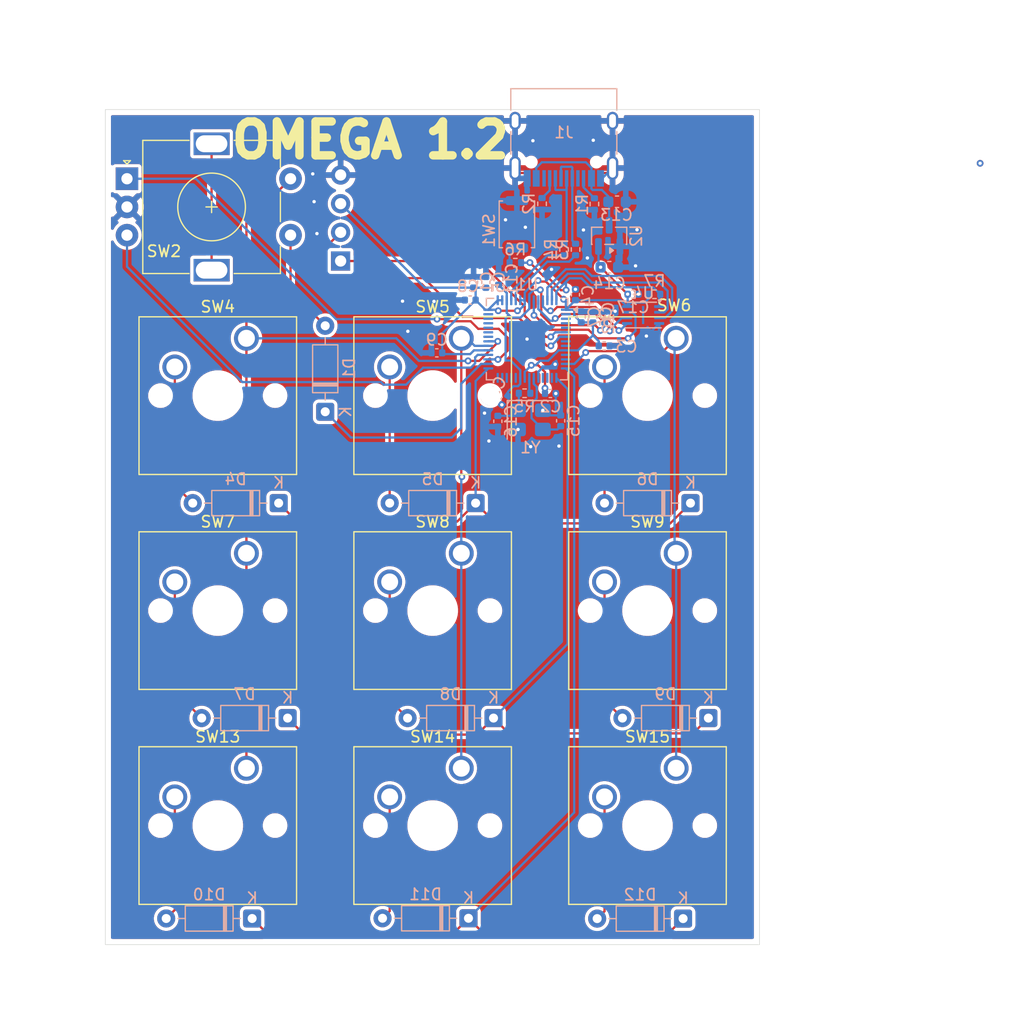
<source format=kicad_pcb>
(kicad_pcb (version 20241229) (generator "pcbnew") (generator_version "9.0")
  (layers (0 "F.Cu" signal) (2 "B.Cu" signal) (13 "F.Paste" user) (15 "B.Paste" user) (5 "F.SilkS" user "F.Silkscreen") (7 "B.SilkS" user "B.Silkscreen") (1 "F.Mask" user) (3 "B.Mask" user) (25 "Edge.Cuts" user))
  (net 0 "")
  (net 1 "GND")
  (net 2 "+1V1")
  (net 3 "VBUS")
  (net 4 "XIN")
  (net 5 "Net-(C16-Pad2)")
  (net 6 "Net-(D1-A)")
  (net 7 "R1")
  (net 8 "R2")
  (net 9 "Net-(D4-A)")
  (net 10 "Net-(D5-A)")
  (net 11 "Net-(D6-A)")
  (net 12 "R3")
  (net 13 "Net-(D7-A)")
  (net 14 "Net-(D8-A)")
  (net 15 "Net-(D9-A)")
  (net 16 "R4")
  (net 17 "Net-(D10-A)")
  (net 18 "Net-(D11-A)")
  (net 19 "Net-(D12-A)")
  (net 20 "USB_D-")
  (net 21 "Net-(J1-CC2)")
  (net 22 "USB_D+")
  (net 23 "Net-(J1-CC1)")
  (net 24 "SCl")
  (net 25 "SDA")
  (net 28 "Net-(U1-USB_DP)")
  (net 29 "Net-(U1-USB_DM)")
  (net 30 "XOUT")
  (net 31 "Net-(R6-Pad2)")
  (net 32 "QSPI_SS")
  (net 33 "B1")
  (net 34 "A1")
  (net 35 "C1")
  (net 36 "unconnected-(SW2-PadMP)")
  (net 37 "C2")
  (net 38 "C3")
  (net 53 "QSPI_SD1")
  (net 57 "QSPI_SD0")
  (net 59 "QSPI_SD3")
  (net 61 "+3V3")
  (net 63 "QSPI_SCLK")
  (net 64 "QSPI_SD2")
  (footprint "Button_Switch_Keyboard:SW_Cherry_MX_1.00u_PCB" (layer "F.Cu") (at 82.54 65.87)
    (property "Reference" "SW5")
    (property "Value" "SW_Push")
  )
  (footprint "Button_Switch_Keyboard:SW_Cherry_MX_1.00u_PCB" (layer "F.Cu") (at 82.54 84.92)
    (property "Reference" "SW8")
    (property "Value" "SW_Push")
  )
  (footprint "Button_Switch_Keyboard:SW_Cherry_MX_1.00u_PCB" (layer "F.Cu") (at 82.54 103.97)
    (property "Reference" "SW14")
    (property "Value" "SW_Push")
  )
  (footprint "Button_Switch_Keyboard:SW_Cherry_MX_1.00u_PCB" (layer "F.Cu") (at 63.49 84.92)
    (property "Reference" "SW7")
    (property "Value" "SW_Push")
  )
  (footprint "Rotary_Encoder:RotaryEncoder_Alps_EC11E-Switch_Vertical_H20mm" (layer "F.Cu") (at 52.9 51.73)
    (property "Reference" "SW2")
    (property "Value" "RotaryEncoder_Switch_MP" (hide yes))
  )
  (footprint "Button_Switch_Keyboard:SW_Cherry_MX_1.00u_PCB" (layer "F.Cu") (at 101.59 103.97)
    (property "Reference" "SW15")
    (property "Value" "SW_Push")
  )
  (footprint "Button_Switch_Keyboard:SW_Cherry_MX_1.00u_PCB" (layer "F.Cu") (at 63.49 65.87)
    (property "Reference" "SW4")
    (property "Value" "SW_Push")
  )
  (footprint "Button_Switch_Keyboard:SW_Cherry_MX_1.00u_PCB" (layer "F.Cu") (at 101.59 65.87)
    (property "Reference" "SW6")
    (property "Value" "SW_Push")
  )
  (footprint "Button_Switch_Keyboard:SW_Cherry_MX_1.00u_PCB" (layer "F.Cu") (at 63.49 103.97)
    (property "Reference" "SW13")
    (property "Value" "SW_Push")
  )
  (footprint "KING:OLED_128x32" (layer "F.Cu") (at 70.24 49.22)
    (property "Reference" "J2" (hide yes))
    (property "Value" "Conn_01x04_Pin" (hide yes))
  )
  (footprint "Button_Switch_Keyboard:SW_Cherry_MX_1.00u_PCB" (layer "F.Cu") (at 101.59 84.92)
    (property "Reference" "SW9")
    (property "Value" "SW_Push")
  )
  (footprint "Capacitor_SMD:C_0402_1005Metric" (layer "B.Cu") (at 83.33 62.48 180)
    (property "Reference" "C8")
    (property "Value" "0.1uF")
  )
  (footprint "Connector_USB:USB_C_Receptacle_HRO_TYPE-C-31-M-12" (layer "B.Cu") (at 91.63 47.65)
    (property "Reference" "J1")
    (property "Value" "USB_C_Receptacle_USB2.0_14P" (hide yes))
  )
  (footprint "Capacitor_SMD:C_0402_1005Metric" (layer "B.Cu") (at 85.85 60.65 90)
    (property "Reference" "C11")
    (property "Value" "0.1uF")
  )
  (footprint "Diode_THT:D_DO-35_SOD27_P7.62mm_Horizontal" (layer "B.Cu") (at 63.99625 117.285 180)
    (property "Reference" "D10")
    (property "Value" "1N4148")
  )
  (footprint "Package_SON:Winbond_USON-8-1EP_3x2mm_P0.5mm_EP0.2x1.6mm" (layer "B.Cu") (at 98.66 63.8075 180)
    (property "Reference" "U4")
    (property "Value" "W25Q16JVUXIQ TR")
  )
  (footprint "Capacitor_SMD:C_0603_1608Metric" (layer "B.Cu") (at 96.35 53.77)
    (property "Reference" "C13")
    (property "Value" "10uF")
  )
  (footprint "Crystal:Crystal_SMD_3225-4Pin_3.2x2.5mm" (layer "B.Cu") (at 88.67 73.1)
    (property "Reference" "Y1")
    (property "Value" "12 MHz")
  )
  (footprint "Resistor_SMD:R_0402_1005Metric" (layer "B.Cu") (at 92.67 58 -90)
    (property "Reference" "R3")
    (property "Value" "27")
  )
  (footprint "Diode_THT:D_DO-35_SOD27_P7.62mm_Horizontal" (layer "B.Cu") (at 85.3975 99.525 180)
    (property "Reference" "D8")
    (property "Value" "1N4148")
  )
  (footprint "Resistor_SMD:R_0402_1005Metric" (layer "B.Cu") (at 89.7 53.95 -90)
    (property "Reference" "R2")
    (property "Value" "5.1K")
  )
  (footprint "Package_DFN_QFN:QFN-56-1EP_7x7mm_P0.4mm_EP3.2x3.2mm" (layer "B.Cu") (at 88.37 65.9375 180)
    (property "Reference" "U1")
    (property "Value" "RP2040")
  )
  (footprint "Diode_THT:D_DO-35_SOD27_P7.62mm_Horizontal" (layer "B.Cu") (at 70.475 72.37875 90)
    (property "Reference" "D1")
    (property "Value" "1N4148")
  )
  (footprint "Resistor_SMD:R_0402_1005Metric" (layer "B.Cu") (at 94.34 53.97 -90)
    (property "Reference" "R1")
    (property "Value" "5.1K")
  )
  (footprint "Capacitor_SMD:C_0402_1005Metric" (layer "B.Cu") (at 95.21 66.54)
    (property "Reference" "C3")
    (property "Value" "0.1uF")
  )
  (footprint "Capacitor_SMD:C_0402_1005Metric" (layer "B.Cu") (at 84.72 60.91 90)
    (property "Reference" "C5")
    (property "Value" "0.1uF")
  )
  (footprint "Capacitor_SMD:C_0402_1005Metric" (layer "B.Cu") (at 92.66 62.01 90)
    (property "Reference" "C4")
    (property "Value" "0.1uF")
  )
  (footprint "Resistor_SMD:R_0402_1005Metric" (layer "B.Cu") (at 88.15 70.74)
    (property "Reference" "R5")
    (property "Value" "1K")
  )
  (footprint "Resistor_SMD:R_0402_1005Metric" (layer "B.Cu") (at 91.65 58 -90)
    (property "Reference" "R4")
    (property "Value" "27")
  )
  (footprint "Capacitor_SMD:C_0402_1005Metric" (layer "B.Cu") (at 95.25 63.99 90)
    (property "Reference" "C12")
    (property "Value" "0.1uF")
  )
  (footprint "Diode_THT:D_DO-35_SOD27_P7.62mm_Horizontal" (layer "B.Cu") (at 104.4475 99.525 180)
    (property "Reference" "D9")
    (property "Value" "1N4148")
  )
  (footprint "Capacitor_SMD:C_0402_1005Metric" (layer "B.Cu") (at 83.63 60.9 90)
    (property "Reference" "C1")
    (property "Value" "1uF")
  )
  (footprint "Diode_THT:D_DO-35_SOD27_P7.62mm_Horizontal" (layer "B.Cu") (at 83.81 80.475 180)
    (property "Reference" "D5")
    (property "Value" "1N4148")
  )
  (footprint "Resistor_SMD:R_0402_1005Metric" (layer "B.Cu") (at 99.67 61.9675 180)
    (property "Reference" "R7")
    (property "Value" "10K")
  )
  (footprint "Capacitor_SMD:C_0402_1005Metric" (layer "B.Cu") (at 91.35 73.18 -90)
    (property "Reference" "C15")
    (property "Value" "33pF")
  )
  (footprint "Package_TO_SOT_SMD:SOT-23" (layer "B.Cu") (at 95.65 56.7875 90)
    (property "Reference" "U2")
    (property "Value" "MCP1700x-330xxTT" (hide yes))
  )
  (footprint "Diode_THT:D_DO-35_SOD27_P7.62mm_Horizontal" (layer "B.Cu") (at 102.86 80.475 180)
    (property "Reference" "D6")
    (property "Value" "1N4148")
  )
  (footprint "Resistor_SMD:R_0402_1005Metric" (layer "B.Cu") (at 87.33 59.17 180)
    (property "Reference" "R6")
    (property "Value" "1K")
  )
  (footprint "Diode_THT:D_DO-35_SOD27_P7.62mm_Horizontal" (layer "B.Cu") (at 67.14125 99.525 180)
    (property "Reference" "D7")
    (property "Value" "1N4148")
  )
  (footprint "Capacitor_SMD:C_0402_1005Metric" (layer "B.Cu") (at 80.37 67.16 180)
    (property "Reference" "C9")
    (property "Value" "0.1uF")
  )
  (footprint "Button_Switch_SMD:SW_Push_SPST_NO_Alps_SKRK" (layer "B.Cu") (at 87.47 55.77 -90)
    (property "Reference" "SW1")
    (property "Value" "SW_Push")
  )
  (footprint "Capacitor_SMD:C_0402_1005Metric" (layer "B.Cu") (at 85.78 73.22 90)
    (property "Reference" "C16")
    (property "Value" "33pF")
  )
  (footprint "Capacitor_SMD:C_0402_1005Metric" (layer "B.Cu") (at 93.17 63.98 90)
    (property "Reference" "C7")
    (property "Value" "0.1uF")
  )
  (footprint "Diode_THT:D_DO-35_SOD27_P7.62mm_Horizontal" (layer "B.Cu") (at 102.20625 117.295 180)
    (property "Reference" "D12")
    (property "Value" "1N4148")
  )
  (footprint "Capacitor_SMD:C_0402_1005Metric" (layer "B.Cu") (at 90.44 70.76)
    (property "Reference" "C2")
    (property "Value" "0.1uF")
  )
  (footprint "Capacitor_SMD:C_0402_1005Metric" (layer "B.Cu") (at 86.41 71.37 -125)
    (property "Reference" "C10")
    (property "Value" "1uF")
  )
  (footprint "Capacitor_SMD:C_0402_1005Metric" (layer "B.Cu") (at 97.77 61.9575)
    (property "Reference" "C17")
    (property "Value" "0.1uF")
  )
  (footprint "Diode_THT:D_DO-35_SOD27_P7.62mm_Horizontal" (layer "B.Cu") (at 66.3475 80.475 180)
    (property "Reference" "D4")
    (property "Value" "1N4148")
  )
  (footprint "Capacitor_SMD:C_0402_1005Metric" (layer "B.Cu") (at 94.21 63.99 90)
    (property "Reference" "C6")
    (property "Value" "0.1uF")
  )
  (footprint "Diode_THT:D_DO-35_SOD27_P7.62mm_Horizontal" (layer "B.Cu") (at 83.17625 117.265 180)
    (property "Reference" "D11")
    (property "Value" "1N4148")
  )
  (footprint "Capacitor_SMD:C_0603_1608Metric" (layer "B.Cu") (at 95.665 59.57)
    (property "Reference" "C14")
    (property "Value" "10uF")
  )
  (gr_rect (start 50.98 45.6) (end 108.98 119.6) (stroke (width 0.05)) (fill no) (layer "Edge.Cuts"))
  (gr_text "OMEGA 1.2\n" (at 61.84 50.06 0) (layer "F.SilkS") (effects (font (size 3 3) (thickness 0.75) (bold yes)) (justify left bottom)))
  (via (at 128.54 50.36) (size 0.6) (drill 0.3) (layers "F.Cu" "B.Cu") (net 0))
  (segment (start 98.95 65.67) (end 98.38 65.67) (width 0.2) (layer "F.Cu") (net 1))
  (segment (start 98.25 61.9575) (end 98.25 59.71) (width 0.2) (layer "F.Cu") (net 1))
  (segment (start 89.27 72.25) (end 89.77 72.25) (width 0.2) (layer "F.Cu") (net 1))
  (segment (start 89.77 72.25) (end 89.77 71.91) (width 0.2) (layer "F.Cu") (net 1))
  (segment (start 87.75 51.22) (end 95.51 51.22) (width 0.2) (layer "F.Cu") (net 1))
  (segment (start 87.31 46.6) (end 95.95 46.6) (width 0.2) (layer "F.Cu") (net 1))
  (segment (start 95.51 51.22) (end 95.95 50.78) (width 0.2) (layer "F.Cu") (net 1))
  (segment (start 95.95 46.6) (end 95.95 50.78) (width 0.2) (layer "F.Cu") (net 1))
  (segment (start 90.92 68.23) (end 90.86 68.17) (width 0.2) (layer "F.Cu") (net 1))
  (segment (start 87.57 73.95) (end 89.27 72.25) (width 0.2) (layer "F.Cu") (net 1))
  (segment (start 77.8 63.05) (end 77.33 62.58) (width 0.2) (layer "F.Cu") (net 1))
  (segment (start 85.397875 72.5) (end 86.134683 71.763192) (width 0.2) (layer "F.Cu") (net 1))
  (segment (start 89.77 71.91) (end 90.92 70.76) (width 0.2) (layer "F.Cu") (net 1))
  (segment (start 87.31 46.6) (end 87.31 50.78) (width 0.2) (layer "F.Cu") (net 1))
  (segment (start 92.66 59.81) (end 93.72 58.75) (width 0.2) (layer "F.Cu") (net 1))
  (segment (start 98.38 65.67) (end 96.18 63.47) (width 0.2) (layer "F.Cu") (net 1))
  (segment (start 92.66 61.53) (end 92.66 59.81) (width 0.2) (layer "F.Cu") (net 1))
  (segment (start 77.8 65.25) (end 77.8 63.05) (width 0.2) (layer "F.Cu") (net 1))
  (segment (start 98.25 59.71) (end 97.99 59.45) (width 0.2) (layer "F.Cu") (net 1))
  (segment (start 87.31 50.78) (end 87.75 51.22) (width 0.2) (layer "F.Cu") (net 1))
  (segment (start 90.92 70.76) (end 90.92 68.23) (width 0.2) (layer "F.Cu") (net 1))
  (segment (start 84.6 72.5) (end 85.397875 72.5) (width 0.2) (layer "F.Cu") (net 1))
  (via (at 92.66 61.53) (size 0.6) (drill 0.3) (layers "F.Cu" "B.Cu") (net 1))
  (via (at 98.12 56.25) (size 0.6) (drill 0.3) (layers "F.Cu" "B.Cu") (net 1))
  (via (at 69.49 53.76) (size 0.6) (drill 0.3) (layers "F.Cu" "B.Cu") (net 1))
  (via (at 90.92 70.76) (size 0.6) (drill 0.3) (layers "F.Cu" "B.Cu") (net 1))
  (via (at 88.89 48.36) (size 0.6) (drill 0.3) (layers "F.Cu" "B.Cu") (net 1))
  (via (at 88.37 65.9375) (size 0.6) (drill 0.3) (layers "F.Cu" "B.Cu") (net 1))
  (via (at 94.24 48.32) (size 0.6) (drill 0.3) (layers "F.Cu" "B.Cu") (net 1))
  (via (at 90.86 68.17) (size 0.6) (drill 0.3) (layers "F.Cu" "B.Cu") (net 1))
  (via (at 96.18 63.47) (size 0.6) (drill 0.3) (layers "F.Cu" "B.Cu") (net 1))
  (via (at 86.46 55.37) (size 0.6) (drill 0.3) (layers "F.Cu" "B.Cu") (net 1))
  (via (at 69.37 51.3) (size 0.6) (drill 0.3) (layers "F.Cu" "B.Cu") (net 1))
  (via (at 91.2 75.42) (size 0.6) (drill 0.3) (layers "F.Cu" "B.Cu") (net 1))
  (via (at 87.57 73.95) (size 0.6) (drill 0.3) (layers "F.Cu" "B.Cu") (net 1))
  (via (at 84.99 74.97) (size 0.6) (drill 0.3) (layers "F.Cu" "B.Cu") (net 1))
  (via (at 86.134683 71.763192) (size 0.6) (drill 0.3) (layers "F.Cu" "B.Cu") (net 1))
  (via (at 69.74 56.59) (size 0.6) (drill 0.3) (layers "F.Cu" "B.Cu") (net 1))
  (via (at 77.33 62.58) (size 0.6) (drill 0.3) (layers "F.Cu" "B.Cu") (net 1))
  (via (at 98.25 61.9575) (size 0.6) (drill 0.3) (layers "F.Cu" "B.Cu") (net 1))
  (via (at 93.37 56.27) (size 0.6) (drill 0.3) (layers "F.Cu" "B.Cu") (net 1))
  (via (at 88.69 75.47) (size 0.6) (drill 0.3) (layers "F.Cu" "B.Cu") (net 1))
  (via (at 90.54 59.76) (size 0.6) (drill 0.3) (layers "F.Cu" "B.Cu") (net 1))
  (via (at 93.72 58.75) (size 0.6) (drill 0.3) (layers "F.Cu" "B.Cu") (net 1))
  (via (at 80.12 62.6) (size 0.6) (drill 0.3) (layers "F.Cu" "B.Cu") (net 1))
  (via (at 89.77 72.25) (size 0.6) (drill 0.3) (layers "F.Cu" "B.Cu") (net 1))
  (via (at 97.99 59.45) (size 0.6) (drill 0.3) (layers "F.Cu" "B.Cu") (net 1))
  (via (at 88.22 56.03) (size 0.6) (drill 0.3) (layers "F.Cu" "B.Cu") (net 1))
  (via (at 77.8 65.25) (size 0.6) (drill 0.3) (layers "F.Cu" "B.Cu") (net 1))
  (via (at 98.95 65.67) (size 0.6) (drill 0.3) (layers "F.Cu" "B.Cu") (net 1))
  (via (at 84.6 72.5) (size 0.6) (drill 0.3) (layers "F.Cu" "B.Cu") (net 1))
  (segment (start 91.35 72.7) (end 91.35 72.65) (width 0.2) (layer "B.Cu") (net 1))
  (segment (start 98.08 66.54) (end 98.95 65.67) (width 0.2) (layer "B.Cu") (net 1))
  (segment (start 94.21 63.51) (end 95.25 63.51) (width 0.2) (layer "B.Cu") (net 1))
  (segment (start 90.92 72.22) (end 90.92 70.76) (width 0.2) (layer "B.Cu") (net 1))
  (segment (start 80.24 62.48) (end 82.85 62.48) (width 0.2) (layer "B.Cu") (net 1))
  (segment (start 91.35 72.65) (end 90.92 72.22) (width 0.2) (layer "B.Cu") (net 1))
  (segment (start 98.9725 65.67) (end 100.085 64.5575) (width 0.2) (layer "B.Cu") (net 1))
  (segment (start 95.25 63.51) (end 96.14 63.51) (width 0.2) (layer "B.Cu") (net 1))
  (segment (start 93.17 63.5) (end 94.2 63.5) (width 0.2) (layer "B.Cu") (net 1))
  (segment (start 90.22 72.7) (end 89.77 72.25) (width 0.2) (layer "B.Cu") (net 1))
  (segment (start 95.69 66.54) (end 98.08 66.54) (width 0.2) (layer "B.Cu") (net 1))
  (segment (start 95.035 51.695) (end 95.95 50.78) (width 0.2) (layer "B.Cu") (net 1))
  (segment (start 94.88 51.695) (end 95.035 51.695) (width 0.2) (layer "B.Cu") (net 1))
  (segment (start 94.2 63.5) (end 94.21 63.51) (width 0.2) (layer "B.Cu") (net 1))
  (segment (start 98.95 65.67) (end 98.9725 65.67) (width 0.2) (layer "B.Cu") (net 1))
  (segment (start 96.14 63.51) (end 96.18 63.47) (width 0.2) (layer "B.Cu") (net 1))
  (segment (start 90.56 68.47) (end 89.739726 68.47) (width 0.2) (layer "B.Cu") (net 1))
  (segment (start 80.12 62.6) (end 80.24 62.48) (width 0.2) (layer "B.Cu") (net 1))
  (segment (start 89.739726 68.47) (end 89.37 68.839726) (width 0.2) (layer "B.Cu") (net 1))
  (segment (start 89.37 68.839726) (end 89.37 69.375) (width 0.2) (layer "B.Cu") (net 1))
  (segment (start 90.86 68.17) (end 90.56 68.47) (width 0.2) (layer "B.Cu") (net 1))
  (segment (start 91.35 72.7) (end 90.22 72.7) (width 0.2) (layer "B.Cu") (net 1))
  (segment (start 94.41 64.71) (end 90.559128 64.71) (width 0.2) (layer "F.Cu") (net 2))
  (segment (start 89.63 63.780872) (end 89.63 61.661499) (width 0.2) (layer "F.Cu") (net 2))
  (segment (start 94.87 65.17) (end 94.41 64.71) (width 0.2) (layer "F.Cu") (net 2))
  (segment (start 89.63 61.661499) (end 89.5452 61.576699) (width 0.2) (layer "F.Cu") (net 2))
  (segment (start 90.559128 64.71) (end 89.63 63.780872) (width 0.2) (layer "F.Cu") (net 2))
  (via (at 89.5452 61.576699) (size 0.6) (drill 0.3) (layers "F.Cu" "B.Cu") (net 2))
  (via (at 94.87 65.17) (size 0.6) (drill 0.3) (layers "F.Cu" "B.Cu") (net 2))
  (segment (start 87.77 68.69) (end 86.9185 67.8385) (width 0.2) (layer "B.Cu") (net 2))
  (segment (start 86.57 63.62) (end 86.755 63.805) (width 0.2) (layer "B.Cu") (net 2))
  (segment (start 86.9185 67.8385) (end 86.469 67.8385) (width 0.2) (layer "B.Cu") (net 2))
  (segment (start 86.685317 70.976808) (end 86.685317 70.601409) (width 0.2) (layer "B.Cu") (net 2))
  (segment (start 88.94 61.59) (end 89.531899 61.59) (width 0.2) (layer "B.Cu") (net 2))
  (segment (start 86.755 63.805) (end 86.9865 64.0365) (width 0.2) (layer "B.Cu") (net 2))
  (segment (start 86.9865 64.0365) (end 87.7935 64.0365) (width 0.2) (layer "B.Cu") (net 2))
  (segment (start 86.469 67.8385) (end 86.469 64.091) (width 0.2) (layer "B.Cu") (net 2))
  (segment (start 87.77 69.910274) (end 87.77 69.375) (width 0.2) (layer "B.Cu") (net 2))
  (segment (start 86.685317 70.601409) (end 87.173226 70.1135) (width 0.2) (layer "B.Cu") (net 2))
  (segment (start 86.57 61.85) (end 85.85 61.13) (width 0.2) (layer "B.Cu") (net 2))
  (segment (start 95.25 64.79) (end 94.87 65.17) (width 0.2) (layer "B.Cu") (net 2))
  (segment (start 86.469 64.091) (end 86.755 63.805) (width 0.2) (layer "B.Cu") (net 2))
  (segment (start 87.566774 70.1135) (end 87.77 69.910274) (width 0.2) (layer "B.Cu") (net 2))
  (segment (start 88.57 61.96) (end 88.94 61.59) (width 0.2) (layer "B.Cu") (net 2))
  (segment (start 88.57 62.5) (end 88.57 61.96) (width 0.2) (layer "B.Cu") (net 2))
  (segment (start 87.77 69.375) (end 87.77 68.69) (width 0.2) (layer "B.Cu") (net 2))
  (segment (start 89.531899 61.59) (end 89.5452 61.576699) (width 0.2) (layer "B.Cu") (net 2))
  (segment (start 95.25 64.47) (end 95.25 64.79) (width 0.2) (layer "B.Cu") (net 2))
  (segment (start 88.57 63.26) (end 88.57 62.5) (width 0.2) (layer "B.Cu") (net 2))
  (segment (start 87.173226 70.1135) (end 87.566774 70.1135) (width 0.2) (layer "B.Cu") (net 2))
  (segment (start 86.57 62.5) (end 86.57 61.85) (width 0.2) (layer "B.Cu") (net 2))
  (segment (start 87.7935 64.0365) (end 88.57 63.26) (width 0.2) (layer "B.Cu") (net 2))
  (segment (start 86.57 62.5) (end 86.57 63.62) (width 0.2) (layer "B.Cu") (net 2))
  (segment (start 93.579 50.269) (end 94.08 50.77) (width 0.2) (layer "B.Cu") (net 3))
  (segment (start 95.575 53.295) (end 95.001 52.721) (width 0.2) (layer "B.Cu") (net 3))
  (segment (start 89.18 50.77) (end 89.681 50.269) (width 0.2) (layer "B.Cu") (net 3))
  (segment (start 94.181 52.721) (end 94.08 52.62) (width 0.2) (layer "B.Cu") (net 3))
  (segment (start 94.08 52.62) (end 94.08 51.695) (width 0.2) (layer "B.Cu") (net 3))
  (segment (start 95.575 53.77) (end 95.575 53.295) (width 0.2) (layer "B.Cu") (net 3))
  (segment (start 89.681 50.269) (end 93.579 50.269) (width 0.2) (layer "B.Cu") (net 3))
  (segment (start 95.001 52.721) (end 94.181 52.721) (width 0.2) (layer "B.Cu") (net 3))
  (segment (start 94.08 50.77) (end 94.08 51.695) (width 0.2) (layer "B.Cu") (net 3))
  (segment (start 95.65 53.845) (end 95.575 53.77) (width 0.2) (layer "B.Cu") (net 3))
  (segment (start 95.65 55.85) (end 95.65 53.845) (width 0.2) (layer "B.Cu") (net 3))
  (segment (start 89.18 51.695) (end 89.18 50.77) (width 0.2) (layer "B.Cu") (net 3))
  (segment (start 91.06 73.95) (end 91.35 73.66) (width 0.2) (layer "B.Cu") (net 4))
  (segment (start 89.231 71.176943) (end 89.231 70.171274) (width 0.2) (layer "B.Cu") (net 4))
  (segment (start 89.77 73.95) (end 91.06 73.95) (width 0.2) (layer "B.Cu") (net 4))
  (segment (start 88.97 69.910274) (end 88.97 69.375) (width 0.2) (layer "B.Cu") (net 4))
  (segment (start 88.769 71.638943) (end 89.231 71.176943) (width 0.2) (layer "B.Cu") (net 4))
  (segment (start 89.77 73.95) (end 88.769 72.949) (width 0.2) (layer "B.Cu") (net 4))
  (segment (start 88.769 72.949) (end 88.769 71.638943) (width 0.2) (layer "B.Cu") (net 4))
  (segment (start 89.231 70.171274) (end 88.97 69.910274) (width 0.2) (layer "B.Cu") (net 4))
  (segment (start 87.64 72.18) (end 87.57 72.25) (width 0.2) (layer "B.Cu") (net 5))
  (segment (start 87.64 70.74) (end 87.64 72.18) (width 0.2) (layer "B.Cu") (net 5))
  (segment (start 87.08 72.74) (end 87.57 72.25) (width 0.2) (layer "B.Cu") (net 5))
  (segment (start 85.78 72.74) (end 87.08 72.74) (width 0.2) (layer "B.Cu") (net 5))
  (segment (start 67.4 56.73) (end 67.4 61.68375) (width 0.2) (layer "F.Cu") (net 6))
  (segment (start 67.4 61.68375) (end 70.475 64.75875) (width 0.2) (layer "F.Cu") (net 6))
  (segment (start 84.9325 68.1375) (end 84.290544 68.1375) (width 0.2) (layer "B.Cu") (net 7))
  (segment (start 81.7 74.66) (end 72.75625 74.66) (width 0.2) (layer "B.Cu") (net 7))
  (segment (start 82.53 73.83) (end 81.7 74.66) (width 0.2) (layer "B.Cu") (net 7))
  (segment (start 72.75625 74.66) (end 70.475 72.37875) (width 0.2) (layer "B.Cu") (net 7))
  (segment (start 84.290544 68.1375) (end 82.53 69.898044) (width 0.2) (layer "B.Cu") (net 7))
  (segment (start 82.53 69.898044) (end 82.53 73.83) (width 0.2) (layer "B.Cu") (net 7))
  (segment (start 67.9725 82.1) (end 82.185 82.1) (width 0.2) (layer "F.Cu") (net 8))
  (segment (start 101.065 82.27) (end 102.86 80.475) (width 0.2) (layer "F.Cu") (net 8))
  (segment (start 82.185 82.1) (end 83.81 80.475) (width 0.2) (layer "F.Cu") (net 8))
  (segment (start 85.605 82.27) (end 101.065 82.27) (width 0.2) (layer "F.Cu") (net 8))
  (segment (start 83.81 80.475) (end 85.605 82.27) (width 0.2) (layer "F.Cu") (net 8))
  (segment (start 66.3475 80.475) (end 67.9725 82.1) (width 0.2) (layer "F.Cu") (net 8))
  (segment (start 83.81 69.66) (end 84.9325 68.5375) (width 0.2) (layer "B.Cu") (net 8))
  (segment (start 83.81 80.475) (end 83.81 69.66) (width 0.2) (layer "B.Cu") (net 8))
  (segment (start 57.14 78.8875) (end 57.14 68.41) (width 0.2) (layer "F.Cu") (net 9))
  (segment (start 58.7275 80.475) (end 57.14 78.8875) (width 0.2) (layer "F.Cu") (net 9))
  (segment (start 76.19 80.475) (end 76.19 68.41) (width 0.2) (layer "F.Cu") (net 10))
  (segment (start 95.24 80.475) (end 95.24 68.41) (width 0.2) (layer "F.Cu") (net 11))
  (segment (start 83.94 100.99) (end 83.94 100.9825) (width 0.2) (layer "F.Cu") (net 12))
  (segment (start 83.94 100.9825) (end 85.3975 99.525) (width 0.2) (layer "F.Cu") (net 12))
  (segment (start 68.60625 100.99) (end 83.94 100.99) (width 0.2) (layer "F.Cu") (net 12))
  (segment (start 103.0925 100.88) (end 104.4475 99.525) (width 0.2) (layer "F.Cu") (net 12))
  (segment (start 86.7525 100.88) (end 103.0925 100.88) (width 0.2) (layer "F.Cu") (net 12))
  (segment (start 67.14125 99.525) (end 68.60625 100.99) (width 0.2) (layer "F.Cu") (net 12))
  (segment (start 85.3975 99.525) (end 86.7525 100.88) (width 0.2) (layer "F.Cu") (net 12))
  (segment (start 91.961 70.366) (end 91.961 92.9615) (width 0.2) (layer "B.Cu") (net 12))
  (segment (start 91.961 92.9615) (end 85.3975 99.525) (width 0.2) (layer "B.Cu") (net 12))
  (segment (start 90.97 69.375) (end 91.961 70.366) (width 0.2) (layer "B.Cu") (net 12))
  (segment (start 57.14 97.14375) (end 59.52125 99.525) (width 0.2) (layer "F.Cu") (net 13))
  (segment (start 57.14 87.46) (end 57.14 97.14375) (width 0.2) (layer "F.Cu") (net 13))
  (segment (start 76.19 97.9375) (end 77.7775 99.525) (width 0.2) (layer "F.Cu") (net 14))
  (segment (start 76.19 87.46) (end 76.19 97.9375) (width 0.2) (layer "F.Cu") (net 14))
  (segment (start 95.24 87.46) (end 95.24 97.9375) (width 0.2) (layer "F.Cu") (net 15))
  (segment (start 95.24 97.9375) (end 96.8275 99.525) (width 0.2) (layer "F.Cu") (net 15))
  (segment (start 100.82 118.68125) (end 102.20625 117.295) (width 0.2) (layer "F.Cu") (net 16))
  (segment (start 81.77125 118.67) (end 83.17625 117.265) (width 0.2) (layer "F.Cu") (net 16))
  (segment (start 65.38125 118.67) (end 81.77125 118.67) (width 0.2) (layer "F.Cu") (net 16))
  (segment (start 83.17625 117.265) (end 84.60125 118.69) (width 0.2) (layer "F.Cu") (net 16))
  (segment (start 63.99625 117.285) (end 65.38125 118.67) (width 0.2) (layer "F.Cu") (net 16))
  (segment (start 84.60125 118.69) (end 100.82 118.69) (width 0.2) (layer "F.Cu") (net 16))
  (segment (start 100.82 118.69) (end 100.82 118.68125) (width 0.2) (layer "F.Cu") (net 16))
  (segment (start 83.17625 117.265) (end 92.55 107.89125) (width 0.2) (layer "B.Cu") (net 16))
  (segment (start 92.55 107.89125) (end 92.55 69.28) (width 0.2) (layer "B.Cu") (net 16))
  (segment (start 92.55 69.28) (end 91.8075 68.5375) (width 0.2) (layer "B.Cu") (net 16))
  (segment (start 57.14 116.52125) (end 56.37625 117.285) (width 0.2) (layer "F.Cu") (net 17))
  (segment (start 57.14 106.51) (end 57.14 116.52125) (width 0.2) (layer "F.Cu") (net 17))
  (segment (start 76.19 106.51) (end 76.19 116.63125) (width 0.2) (layer "F.Cu") (net 18))
  (segment (start 76.19 116.63125) (end 75.55625 117.265) (width 0.2) (layer "F.Cu") (net 18))
  (segment (start 95.24 106.51) (end 95.24 116.64125) (width 0.2) (layer "F.Cu") (net 19))
  (segment (start 95.24 116.64125) (end 94.58625 117.295) (width 0.2) (layer "F.Cu") (net 19))
  (segment (start 91.831 52.721) (end 91.88 52.672) (width 0.2) (layer "B.Cu") (net 20))
  (segment (start 91.88 57.26) (end 91.65 57.49) (width 0.2) (layer "B.Cu") (net 20))
  (segment (start 90.929 52.721) (end 91.831 52.721) (width 0.2) (layer "B.Cu") (net 20))
  (segment (start 90.88 52.672) (end 90.929 52.721) (width 0.2) (layer "B.Cu") (net 20))
  (segment (start 90.88 51.695) (end 90.88 52.672) (width 0.2) (layer "B.Cu") (net 20))
  (segment (start 91.88 51.695) (end 91.88 57.26) (width 0.2) (layer "B.Cu") (net 20))
  (segment (start 91.88 52.672) (end 91.88 51.695) (width 0.2) (layer "B.Cu") (net 20))
  (segment (start 93.38 52.5) (end 94.34 53.46) (width 0.2) (layer "B.Cu") (net 21))
  (segment (start 93.38 51.695) (end 93.38 52.5) (width 0.2) (layer "B.Cu") (net 21))
  (segment (start 91.38 51.695) (end 91.38 50.718) (width 0.2) (layer "B.Cu") (net 22))
  (segment (start 92.38 51.695) (end 92.38 57.2) (width 0.2) (layer "B.Cu") (net 22))
  (segment (start 91.38 50.718) (end 91.429 50.669) (width 0.2) (layer "B.Cu") (net 22))
  (segment (start 92.38 57.2) (end 92.67 57.49) (width 0.2) (layer "B.Cu") (net 22))
  (segment (start 92.38 50.738) (end 92.38 51.695) (width 0.2) (layer "B.Cu") (net 22))
  (segment (start 91.429 50.669) (end 92.311 50.669) (width 0.2) (layer "B.Cu") (net 22))
  (segment (start 92.311 50.669) (end 92.38 50.738) (width 0.2) (layer "B.Cu") (net 22))
  (segment (start 90.38 52.76) (end 90.38 51.695) (width 0.2) (layer "B.Cu") (net 23))
  (segment (start 89.7 53.44) (end 90.38 52.76) (width 0.2) (layer "B.Cu") (net 23))
  (segment (start 79.23 60.54) (end 82.65 63.96) (width 0.2) (layer "F.Cu") (net 24))
  (segment (start 70.29 58.03) (end 70.29 59.95) (width 0.2) (layer "F.Cu") (net 24))
  (segment (start 71.84 56.48) (end 70.29 58.03) (width 0.2) (layer "F.Cu") (net 24))
  (segment (start 90.129916 66.539916) (end 90.481763 66.539916) (width 0.2) (layer "F.Cu") (net 24))
  (segment (start 87.67 64.08) (end 90.129916 66.539916) (width 0.2) (layer "F.Cu") (net 24))
  (segment (start 83.535686 63.96) (end 83.655685 64.08) (width 0.2) (layer "F.Cu") (net 24))
  (segment (start 83.655685 64.08) (end 87.67 64.08) (width 0.2) (layer "F.Cu") (net 24))
  (segment (start 70.29 59.95) (end 70.88 60.54) (width 0.2) (layer "F.Cu") (net 24))
  (segment (start 82.65 63.96) (end 83.535686 63.96) (width 0.2) (layer "F.Cu") (net 24))
  (segment (start 70.88 60.54) (end 79.23 60.54) (width 0.2) (layer "F.Cu") (net 24))
  (via (at 90.481763 66.539916) (size 0.6) (drill 0.3) (layers "F.Cu" "B.Cu") (net 24))
  (segment (start 91.071002 65.938998) (end 91.2725 65.7375) (width 0.2) (layer "B.Cu") (net 24))
  (segment (start 91.2725 65.7375) (end 91.8075 65.7375) (width 0.2) (layer "B.Cu") (net 24))
  (segment (start 91.071002 65.988943) (end 90.520029 66.539916) (width 0.2) (layer "B.Cu") (net 24))
  (segment (start 91.071002 65.938998) (end 91.071002 65.988943) (width 0.2) (layer "B.Cu") (net 24))
  (segment (start 90.520029 66.539916) (end 90.481763 66.539916) (width 0.2) (layer "B.Cu") (net 24))
  (segment (start 90.03 65.74) (end 88.16 63.87) (width 0.2) (layer "F.Cu") (net 25))
  (segment (start 88.16 63.87) (end 88.16 63.05) (width 0.2) (layer "F.Cu") (net 25))
  (segment (start 90.470002 65.74) (end 90.03 65.74) (width 0.2) (layer "F.Cu") (net 25))
  (segment (start 88.16 63.05) (end 84.13 59.02) (width 0.2) (layer "F.Cu") (net 25))
  (segment (start 84.13 59.02) (end 71.84 59.02) (width 0.2) (layer "F.Cu") (net 25))
  (via (at 90.470002 65.74) (size 0.6) (drill 0.3) (layers "F.Cu" "B.Cu") (net 25))
  (segment (start 90.470002 65.74) (end 90.872502 65.3375) (width 0.2) (layer "B.Cu") (net 25))
  (segment (start 90.872502 65.3375) (end 91.8075 65.3375) (width 0.2) (layer "B.Cu") (net 25))
  (segment (start 89.148869 60.09976) (end 87.37 61.878629) (width 0.2) (layer "B.Cu") (net 28))
  (segment (start 87.37 61.878629) (end 87.37 62.5) (width 0.2) (layer "B.Cu") (net 28))
  (segment (start 89.15024 60.09976) (end 89.148869 60.09976) (width 0.2) (layer "B.Cu") (net 28))
  (segment (start 92.1 59.08) (end 90.17 59.08) (width 0.2) (layer "B.Cu") (net 28))
  (segment (start 92.67 58.51) (end 92.1 59.08) (width 0.2) (layer "B.Cu") (net 28))
  (segment (start 90.17 59.08) (end 89.15024 60.09976) (width 0.2) (layer "B.Cu") (net 28))
  (segment (start 90.172941 58.51) (end 91.65 58.51) (width 0.2) (layer "B.Cu") (net 29))
  (segment (start 86.97 61.712941) (end 90.172941 58.51) (width 0.2) (layer "B.Cu") (net 29))
  (segment (start 86.97 62.5) (end 86.97 61.712941) (width 0.2) (layer "B.Cu") (net 29))
  (segment (start 88.57 70.65) (end 88.66 70.74) (width 0.2) (layer "B.Cu") (net 30))
  (segment (start 88.57 69.375) (end 88.57 70.65) (width 0.2) (layer "B.Cu") (net 30))
  (segment (start 86.82 58.52) (end 87.47 57.87) (width 0.2) (layer "B.Cu") (net 31))
  (segment (start 86.82 59.17) (end 86.82 58.52) (width 0.2) (layer "B.Cu") (net 31))
  (segment (start 88.62 59.16) (end 89.83 60.37) (width 0.2) (layer "F.Cu") (net 32))
  (segment (start 91.817085 61.61) (end 91.836386 61.590699) (width 0.2) (layer "F.Cu") (net 32))
  (segment (start 89.83 60.37) (end 90.135686 60.37) (width 0.2) (layer "F.Cu") (net 32))
  (segment (start 91.375686 61.61) (end 91.817085 61.61) (width 0.2) (layer "F.Cu") (net 32))
  (segment (start 90.135686 60.37) (end 91.375686 61.61) (width 0.2) (layer "F.Cu") (net 32))
  (via (at 91.836386 61.590699) (size 0.6) (drill 0.3) (layers "F.Cu" "B.Cu") (net 32))
  (via (at 88.62 59.16) (size 0.6) (drill 0.3) (layers "F.Cu" "B.Cu") (net 32))
  (segment (start 99.559 61.3465) (end 100.18 61.9675) (width 0.2) (layer "B.Cu") (net 32))
  (segment (start 90.97 61.716764) (end 91.993382 60.693382) (width 0.2) (layer "B.Cu") (net 32))
  (segment (start 90.97 62.5) (end 90.97 61.716764) (width 0.2) (layer "B.Cu") (net 32))
  (segment (start 87.84 59.17) (end 88.61 59.17) (width 0.2) (layer "B.Cu") (net 32))
  (segment (start 91.993382 60.693382) (end 91.82 60.866764) (width 0.2) (layer "B.Cu") (net 32))
  (segment (start 91.82 61.574313) (end 91.836386 61.590699) (width 0.2) (layer "B.Cu") (net 32))
  (segment (start 88.61 59.17) (end 88.62 59.16) (width 0.2) (layer "B.Cu") (net 32))
  (segment (start 100.085 62.0625) (end 100.18 61.9675) (width 0.2) (layer "B.Cu") (net 32))
  (segment (start 91.82 60.866764) (end 91.82 61.574313) (width 0.2) (layer "B.Cu") (net 32))
  (segment (start 92.137765 60.549) (end 93.182236 60.549) (width 0.2) (layer "B.Cu") (net 32))
  (segment (start 100.085 63.0575) (end 100.085 62.0625) (width 0.2) (layer "B.Cu") (net 32))
  (segment (start 93.979736 61.3465) (end 99.559 61.3465) (width 0.2) (layer "B.Cu") (net 32))
  (segment (start 91.993382 60.693382) (end 92.137765 60.549) (width 0.2) (layer "B.Cu") (net 32))
  (segment (start 93.182236 60.549) (end 93.979736 61.3465) (width 0.2) (layer "B.Cu") (net 32))
  (segment (start 83.388944 68.472) (end 83.77 68.090944) (width 0.2) (layer "B.Cu") (net 33))
  (segment (start 83.77 67.55) (end 83.78 67.55) (width 0.2) (layer "B.Cu") (net 33))
  (segment (start 52.9 59.51847) (end 63.13053 69.749) (width 0.2) (layer "B.Cu") (net 33))
  (segment (start 75.644654 69.976184) (end 77.649 69.976184) (width 0.2) (layer "B.Cu") (net 33))
  (segment (start 83.77 68.090944) (end 83.77 67.55) (width 0.2) (layer "B.Cu") (net 33))
  (segment (start 75.41747 69.749) (end 75.644654 69.976184) (width 0.2) (layer "B.Cu") (net 33))
  (segment (start 84.36 67.3385) (end 84.361 67.3375) (width 0.2) (layer "B.Cu") (net 33))
  (segment (start 84.361 67.3375) (end 84.9325 67.3375) (width 0.2) (layer "B.Cu") (net 33))
  (segment (start 83.9915 67.3385) (end 84.36 67.3385) (width 0.2) (layer "B.Cu") (net 33))
  (segment (start 63.13053 69.749) (end 75.41747 69.749) (width 0.2) (layer "B.Cu") (net 33))
  (segment (start 52.9 56.73) (end 52.9 59.51847) (width 0.2) (layer "B.Cu") (net 33))
  (segment (start 77.649 69.976184) (end 79.153184 68.472) (width 0.2) (layer "B.Cu") (net 33))
  (segment (start 79.153184 68.472) (end 83.388944 68.472) (width 0.2) (layer "B.Cu") (net 33))
  (segment (start 83.78 67.55) (end 83.9915 67.3385) (width 0.2) (layer "B.Cu") (net 33))
  (segment (start 85.86 65.03) (end 86.65 65.82) (width 0.2) (layer "F.Cu") (net 34))
  (segment (start 84.04 65.03) (end 85.86 65.03) (width 0.2) (layer "F.Cu") (net 34))
  (segment (start 81.27 64.36) (end 83.37 64.36) (width 0.2) (layer "F.Cu") (net 34))
  (segment (start 85.87 67.74) (end 85.79 67.74) (width 0.2) (layer "F.Cu") (net 34))
  (segment (start 81.08 64.17) (end 81.27 64.36) (width 0.2) (layer "F.Cu") (net 34))
  (segment (start 80.39 64.17) (end 81.08 64.17) (width 0.2) (layer "F.Cu") (net 34))
  (segment (start 86.65 66.96) (end 85.87 67.74) (width 0.2) (layer "F.Cu") (net 34))
  (segment (start 86.65 65.82) (end 86.65 66.96) (width 0.2) (layer "F.Cu") (net 34))
  (segment (start 83.37 64.36) (end 84.04 65.03) (width 0.2) (layer "F.Cu") (net 34))
  (via (at 80.39 64.17) (size 0.6) (drill 0.3) (layers "F.Cu" "B.Cu") (net 34))
  (via (at 85.79 67.74) (size 0.6) (drill 0.3) (layers "F.Cu" "B.Cu") (net 34))
  (segment (start 85.7875 67.7375) (end 85.79 67.74) (width 0.2) (layer "B.Cu") (net 34))
  (segment (start 59.0033 51.73) (end 71.4433 64.17) (width 0.2) (layer "B.Cu") (net 34))
  (segment (start 71.4433 64.17) (end 80.39 64.17) (width 0.2) (layer "B.Cu") (net 34))
  (segment (start 85.470274 67.74) (end 85.467774 67.7375) (width 0.2) (layer "B.Cu") (net 34))
  (segment (start 85.79 67.74) (end 85.470274 67.74) (width 0.2) (layer "B.Cu") (net 34))
  (segment (start 84.9325 67.7375) (end 85.7875 67.7375) (width 0.2) (layer "B.Cu") (net 34))
  (segment (start 52.9 51.73) (end 59.0033 51.73) (width 0.2) (layer "B.Cu") (net 34))
  (segment (start 83.14 67.871) (end 84.133 67.871) (width 0.2) (layer "F.Cu") (net 35))
  (segment (start 84.133 67.871) (end 85.7715 66.2325) (width 0.2) (layer "F.Cu") (net 35))
  (segment (start 63.49 65.87) (end 63.49 55.64) (width 0.2) (layer "F.Cu") (net 35))
  (segment (start 63.49 65.87) (end 63.49 84.92) (width 0.2) (layer "F.Cu") (net 35))
  (segment (start 63.49 84.92) (end 63.49 103.97) (width 0.2) (layer "F.Cu") (net 35))
  (segment (start 63.49 55.64) (end 67.4 51.73) (width 0.2) (layer "F.Cu") (net 35))
  (segment (start 85.7715 66.2325) (end 85.7715 66.1375) (width 0.2) (layer "F.Cu") (net 35))
  (via (at 85.7715 66.1375) (size 0.6) (drill 0.3) (layers "F.Cu" "B.Cu") (net 35))
  (via (at 83.14 67.871) (size 0.6) (drill 0.3) (layers "F.Cu" "B.Cu") (net 35))
  (segment (start 78.78 67.87) (end 76.78 65.87) (width 0.2) (layer "B.Cu") (net 35))
  (segment (start 84.9325 66.1375) (end 85.7715 66.1375) (width 0.2) (layer "B.Cu") (net 35))
  (segment (start 83.14 67.871) (end 83.139 67.87) (width 0.2) (layer "B.Cu") (net 35))
  (segment (start 76.78 65.87) (end 63.49 65.87) (width 0.2) (layer "B.Cu") (net 35))
  (segment (start 83.139 67.87) (end 78.78 67.87) (width 0.2) (layer "B.Cu") (net 35))
  (segment (start 60.4 59.83) (end 60.4 48.63) (width 0.2) (layer "F.Cu") (net 36))
  (segment (start 82.54 78.09) (end 82.54 65.87) (width 0.2) (layer "F.Cu") (net 37))
  (segment (start 82.59 78.14) (end 82.54 78.09) (width 0.2) (layer "F.Cu") (net 37))
  (via (at 82.59 78.14) (size 0.6) (drill 0.3) (layers "F.Cu" "B.Cu") (net 37))
  (segment (start 82.54 65.87) (end 83.06 65.87) (width 0.2) (layer "B.Cu") (net 37))
  (segment (start 83.7275 66.5375) (end 84.9325 66.5375) (width 0.2) (layer "B.Cu") (net 37))
  (segment (start 82.54 103.97) (end 82.54 84.92) (width 0.2) (layer "B.Cu") (net 37))
  (segment (start 83.06 65.87) (end 83.7275 66.5375) (width 0.2) (layer "B.Cu") (net 37))
  (segment (start 82.54 84.92) (end 82.54 78.19) (width 0.2) (layer "B.Cu") (net 37))
  (segment (start 82.54 78.19) (end 82.59 78.14) (width 0.2) (layer "B.Cu") (net 37))
  (segment (start 93.691 67.009) (end 100.451 67.009) (width 0.2) (layer "F.Cu") (net 38))
  (segment (start 100.451 67.009) (end 101.59 65.87) (width 0.2) (layer "F.Cu") (net 38))
  (segment (start 93.57 67.13) (end 93.691 67.009) (width 0.2) (layer "F.Cu") (net 38))
  (via (at 93.57 67.13) (size 0.6) (drill 0.3) (layers "F.Cu" "B.Cu") (net 38))
  (segment (start 101.59 103.97) (end 101.59 84.92) (width 0.2) (layer "B.Cu") (net 38))
  (segment (start 101.45 66.01) (end 101.59 65.87) (width 0.2) (layer "B.Cu") (net 38))
  (segment (start 92.5625 68.1375) (end 93.57 67.13) (width 0.2) (layer "B.Cu") (net 38))
  (segment (start 101.59 84.92) (end 101.45 84.78) (width 0.2) (layer "B.Cu") (net 38))
  (segment (start 91.8075 68.1375) (end 92.5625 68.1375) (width 0.2) (layer "B.Cu") (net 38))
  (segment (start 101.45 84.78) (end 101.45 66.01) (width 0.2) (layer "B.Cu") (net 38))
  (segment (start 91.97208 60.149) (end 93.347922 60.149) (width 0.2) (layer "B.Cu") (net 53))
  (segment (start 100.09 60.93) (end 100.835 61.675) (width 0.2) (layer "B.Cu") (net 53))
  (segment (start 100.835 63.271884) (end 100.549384 63.5575) (width 0.2) (layer "B.Cu") (net 53))
  (segment (start 90.57 62.5) (end 90.57 61.551078) (width 0.2) (layer "B.Cu") (net 53))
  (segment (start 90.57 61.551078) (end 91.97208 60.149) (width 0.2) (layer "B.Cu") (net 53))
  (segment (start 93.347922 60.149) (end 94.128922 60.93) (width 0.2) (layer "B.Cu") (net 53))
  (segment (start 100.835 61.675) (end 100.835 63.271884) (width 0.2) (layer "B.Cu") (net 53))
  (segment (start 94.128922 60.93) (end 100.09 60.93) (width 0.2) (layer "B.Cu") (net 53))
  (segment (start 100.549384 63.5575) (end 100.085 63.5575) (width 0.2) (layer "B.Cu") (net 53))
  (segment (start 94.43 63.1) (end 96.51 65.18) (width 0.2) (layer "F.Cu") (net 57))
  (segment (start 90.443919 63.432412) (end 90.703645 63.432412) (width 0.2) (layer "F.Cu") (net 57))
  (segment (start 90.703645 63.432412) (end 91.036057 63.1) (width 0.2) (layer "F.Cu") (net 57))
  (segment (start 91.036057 63.1) (end 94.43 63.1) (width 0.2) (layer "F.Cu") (net 57))
  (via (at 90.443919 63.432412) (size 0.6) (drill 0.3) (layers "F.Cu" "B.Cu") (net 57))
  (via (at 96.51 65.18) (size 0.6) (drill 0.3) (layers "F.Cu" "B.Cu") (net 57))
  (segment (start 97.235 64.5575) (end 96.6125 65.18) (width 0.2) (layer "B.Cu") (net 57))
  (segment (start 90.443919 63.432412) (end 90.389361 63.48697) (width 0.2) (layer "B.Cu") (net 57))
  (segment (start 89.77 63.04) (end 89.77 62.5) (width 0.2) (layer "B.Cu") (net 57))
  (segment (start 96.6125 65.18) (end 96.51 65.18) (width 0.2) (layer "B.Cu") (net 57))
  (segment (start 90.389361 63.48697) (end 90.21697 63.48697) (width 0.2) (layer "B.Cu") (net 57))
  (segment (start 90.21697 63.48697) (end 89.77 63.04) (width 0.2) (layer "B.Cu") (net 57))
  (segment (start 88.985756 63.833256) (end 89.044506 63.833256) (width 0.2) (layer "F.Cu") (net 59))
  (segment (start 94.58 65.87) (end 97.33 65.87) (width 0.2) (layer "F.Cu") (net 59))
  (segment (start 97.33 65.87) (end 97.32 65.86) (width 0.2) (layer "F.Cu") (net 59))
  (segment (start 89.044506 63.833256) (end 90.32225 65.111) (width 0.2) (layer "F.Cu") (net 59))
  (segment (start 90.32225 65.111) (end 93.821 65.111) (width 0.2) (layer "F.Cu") (net 59))
  (segment (start 93.821 65.111) (end 94.58 65.87) (width 0.2) (layer "F.Cu") (net 59))
  (via (at 97.33 65.87) (size 0.6) (drill 0.3) (layers "F.Cu" "B.Cu") (net 59))
  (via (at 88.985756 63.833256) (size 0.6) (drill 0.3) (layers "F.Cu" "B.Cu") (net 59))
  (segment (start 88.97 62.5) (end 88.97 63.8175) (width 0.2) (layer "B.Cu") (net 59))
  (segment (start 97.986 63.842702) (end 97.986 65.214) (width 0.2) (layer "B.Cu") (net 59))
  (segment (start 97.986 65.214) (end 97.33 65.87) (width 0.2) (layer "B.Cu") (net 59))
  (segment (start 88.97 63.8175) (end 88.985756 63.833256) (width 0.2) (layer "B.Cu") (net 59))
  (segment (start 97.700798 63.5575) (end 97.986 63.842702) (width 0.2) (layer "B.Cu") (net 59))
  (segment (start 97.235 63.5575) (end 97.700798 63.5575) (width 0.2) (layer "B.Cu") (net 59))
  (segment (start 91.61 62.41) (end 90.04 60.84) (width 0.2) (layer "F.Cu") (net 61))
  (segment (start 90.04 60.84) (end 89.438779 60.84) (width 0.2) (layer "F.Cu") (net 61))
  (segment (start 97.29 61.9575) (end 97.2775 61.9575) (width 0.2) (layer "F.Cu") (net 61))
  (segment (start 89.36 68.26) (end 88.75 68.26) (width 0.2) (layer "F.Cu") (net 61))
  (segment (start 97.2775 61.9575) (end 94.89 59.57) (width 0.2) (layer "F.Cu") (net 61))
  (segment (start 87.520919 63.4282) (end 87.519119 63.43) (width 0.2) (layer "F.Cu") (net 61))
  (segment (start 87.519119 63.43) (end 85.82 63.43) (width 0.2) (layer "F.Cu") (net 61))
  (segment (start 89.96223 68.86223) (end 89.36 68.26) (width 0.2) (layer "F.Cu") (net 61))
  (segment (start 89.96223 70.294305) (end 89.96223 68.86223) (width 0.2) (layer "F.Cu") (net 61))
  (segment (start 89.438779 60.84) (end 89.348539 60.74976) (width 0.2) (layer "F.Cu") (net 61))
  (via (at 91.61 62.41) (size 0.6) (drill 0.3) (layers "F.Cu" "B.Cu") (net 61))
  (via (at 97.29 61.9575) (size 0.6) (drill 0.3) (layers "F.Cu" "B.Cu") (net 61))
  (via (at 87.520919 63.4282) (size 0.6) (drill 0.3) (layers "F.Cu" "B.Cu") (net 61))
  (via (at 89.348539 60.74976) (size 0.6) (drill 0.3) (layers "F.Cu" "B.Cu") (net 61))
  (via (at 85.82 63.43) (size 0.6) (drill 0.3) (layers "F.Cu" "B.Cu") (net 61))
  (via (at 94.89 59.57) (size 0.6) (drill 0.3) (layers "F.Cu" "B.Cu") (net 61))
  (via (at 88.75 68.26) (size 0.6) (drill 0.3) (layers "F.Cu" "B.Cu") (net 61))
  (via (at 89.96223 70.294305) (size 0.6) (drill 0.3) (layers "F.Cu" "B.Cu") (net 61))
  (segment (start 94.7 59.38) (end 94.89 59.57) (width 0.2) (layer "B.Cu") (net 61))
  (segment (start 98.81 62.7) (end 99.16 62.35) (width 0.2) (layer "B.Cu") (net 61))
  (segment (start 89.214554 60.74976) (end 89.348539 60.74976) (width 0.2) (layer "B.Cu") (net 61))
  (segment (start 84.9325 66.9375) (end 83.6625 66.9375) (width 0.2) (layer "B.Cu") (net 61))
  (segment (start 88.17 69.375) (end 88.17 68.84) (width 0.2) (layer "B.Cu") (net 61))
  (segment (start 97.586 62.7065) (end 98.81 62.7065) (width 0.2) (layer "B.Cu") (net 61))
  (segment (start 92.66 62.49) (end 92.655 62.49) (width 0.2) (layer "B.Cu") (net 61))
  (segment (start 88.17 62.5) (end 88.17 62.88) (width 0.2) (layer "B.Cu") (net 61))
  (segment (start 92.655 62.49) (end 91.8075 63.3375) (width 0.2) (layer "B.Cu") (net 61))
  (segment (start 83.64 61.39) (end 83.63 61.38) (width 0.2) (layer "B.Cu") (net 61))
  (segment (start 80.85 65.44) (end 83.81 62.48) (width 0.2) (layer "B.Cu") (net 61))
  (segment (start 98.81 62.7065) (end 98.81 62.7) (width 0.2) (layer "B.Cu") (net 61))
  (segment (start 91.8075 63.3375) (end 91.8075 62.6075) (width 0.2) (layer "B.Cu") (net 61))
  (segment (start 88.17 62.5) (end 88.17 61.794314) (width 0.2) (layer "B.Cu") (net 61))
  (segment (start 84.9325 63.3375) (end 84.6675 63.3375) (width 0.2) (layer "B.Cu") (net 61))
  (segment (start 91.8075 62.6075) (end 91.61 62.41) (width 0.2) (layer "B.Cu") (net 61))
  (segment (start 89.96 70.296535) (end 89.96223 70.294305) (width 0.2) (layer "B.Cu") (net 61))
  (segment (start 83.6625 66.9375) (end 83.329 67.271) (width 0.2) (layer "B.Cu") (net 61))
  (segment (start 89.53 67.86) (end 90.2495 67.86) (width 0.2) (layer "B.Cu") (net 61))
  (segment (start 80.961 67.271) (end 80.85 67.16) (width 0.2) (layer "B.Cu") (net 61))
  (segment (start 86.17 62.5) (end 85.77 62.5) (width 0.2) (layer "B.Cu") (net 61))
  (segment (start 92.66 62.49) (end 96.6675 62.49) (width 0.2) (layer "B.Cu") (net 61))
  (segment (start 80.85 67.16) (end 80.85 65.44) (width 0.2) (layer "B.Cu") (net 61))
  (segment (start 97.235 63.0575) (end 97.586 62.7065) (width 0.2) (layer "B.Cu") (net 61))
  (segment (start 89.13 68.26) (end 89.53 67.86) (width 0.2) (layer "B.Cu") (net 61))
  (segment (start 87.6218 63.4282) (end 87.520919 63.4282) (width 0.2) (layer "B.Cu") (net 61))
  (segment (start 97.29 61.9575) (end 97.29 63.0025) (width 0.2) (layer "B.Cu") (net 61))
  (segment (start 71.84 53.94) (end 79.28 61.38) (width 0.2) (layer "B.Cu") (net 61))
  (segment (start 88.17 62.88) (end 87.6218 63.4282) (width 0.2) (layer "B.Cu") (net 61))
  (segment (start 84.9325 63.3375) (end 85.77 62.5) (width 0.2) (layer "B.Cu") (net 61))
  (segment (start 91.8075 63.3375) (end 92.4375 63.3375) (width 0.2) (layer "B.Cu") (net 61))
  (segment (start 99.16 62.35) (end 99.16 61.9675) (width 0.2) (layer "B.Cu") (net 61))
  (segment (start 97.29 63.0025) (end 97.235 63.0575) (width 0.2) (layer "B.Cu") (net 61))
  (segment (start 79.28 61.38) (end 83.63 61.38) (width 0.2) (layer "B.Cu") (net 61))
  (segment (start 91.172 66.9375) (end 91.8075 66.9375) (width 0.2) (layer "B.Cu") (net 61))
  (segment (start 92.8825 66.9375) (end 94.21 65.61) (width 0.2) (layer "B.Cu") (net 61))
  (segment (start 94.21 65.61) (end 94.21 64.47) (width 0.2) (layer "B.Cu") (net 61))
  (segment (start 87.77 62.5) (end 88.17 62.5) (width 0.2) (layer "B.Cu") (net 61))
  (segment (start 96.6675 62.49) (end 97.235 63.0575) (width 0.2) (layer "B.Cu") (net 61))
  (segment (start 88.17 61.794314) (end 89.214554 60.74976) (width 0.2) (layer "B.Cu") (net 61))
  (segment (start 94.73 66.13) (end 94.21 65.61) (width 0.2) (layer "B.Cu") (net 61))
  (segment (start 84.9325 63.3375) (end 85.7275 63.3375) (width 0.2) (layer "B.Cu") (net 61))
  (segment (start 94.73 66.54) (end 94.73 66.13) (width 0.2) (layer "B.Cu") (net 61))
  (segment (start 83.81 61.56) (end 83.63 61.38) (width 0.2) (layer "B.Cu") (net 61))
  (segment (start 93.17 64.46) (end 94.2 64.46) (width 0.2) (layer "B.Cu") (net 61))
  (segment (start 92.559 63.849) (end 93.17 64.46) (width 0.2) (layer "B.Cu") (net 61))
  (segment (start 91.8075 66.9375) (end 92.8825 66.9375) (width 0.2) (layer "B.Cu") (net 61))
  (segment (start 92.4375 63.3375) (end 92.559 63.459) (width 0.2) (layer "B.Cu") (net 61))
  (segment (start 83.81 62.48) (end 83.81 61.56) (width 0.2) (layer "B.Cu") (net 61))
  (segment (start 88.17 68.84) (end 88.75 68.26) (width 0.2) (layer "B.Cu") (net 61))
  (segment (start 89.96 70.76) (end 89.96 70.296535) (width 0.2) (layer "B.Cu") (net 61))
  (segment (start 84.6675 63.3375) (end 83.81 62.48) (width 0.2) (layer "B.Cu") (net 61))
  (segment (start 83.329 67.271) (end 80.961 67.271) (width 0.2) (layer "B.Cu") (net 61))
  (segment (start 85.7275 63.3375) (end 85.82 63.43) (width 0.2) (layer "B.Cu") (net 61))
  (segment (start 88.75 68.26) (end 89.13 68.26) (width 0.2) (layer "B.Cu") (net 61))
  (segment (start 90.2495 67.86) (end 91.172 66.9375) (width 0.2) (layer "B.Cu") (net 61))
  (segment (start 94.7 57.725) (end 94.7 59.38) (width 0.2) (layer "B.Cu") (net 61))
  (segment (start 94.2 64.46) (end 94.21 64.47) (width 0.2) (layer "B.Cu") (net 61))
  (segment (start 92.559 63.459) (end 92.559 63.849) (width 0.2) (layer "B.Cu") (net 61))
  (segment (start 84.72 61.39) (end 83.64 61.39) (width 0.2) (layer "B.Cu") (net 61))
  (segment (start 91.440443 63.72) (end 94.47 63.72) (width 0.2) (layer "F.Cu") (net 63))
  (segment (start 91.050937 64.109506) (end 91.440443 63.72) (width 0.2) (layer "F.Cu") (net 63))
  (segment (start 95.7 64.95) (end 95.7 65.22) (width 0.2) (layer "F.Cu") (net 63))
  (segment (start 90.87 64.109506) (end 91.050937 64.109506) (width 0.2) (layer "F.Cu") (net 63))
  (segment (start 94.47 63.72) (end 95.7 64.95) (width 0.2) (layer "F.Cu") (net 63))
  (via (at 95.7 65.22) (size 0.6) (drill 0.3) (layers "F.Cu" "B.Cu") (net 63))
  (via (at 90.87 64.109506) (size 0.6) (drill 0.3) (layers "F.Cu" "B.Cu") (net 63))
  (segment (start 90.665843 64.313663) (end 90.403663 64.313663) (width 0.2) (layer "B.Cu") (net 63))
  (segment (start 90.87 64.21598) (end 90.811748 64.274232) (width 0.2) (layer "B.Cu") (net 63))
  (segment (start 97.235 64.0575) (end 96.769202 64.0575) (width 0.2) (layer "B.Cu") (net 63))
  (segment (start 90.87 64.109506) (end 90.87 64.21598) (width 0.2) (layer "B.Cu") (net 63))
  (segment (start 90.87 64.109506) (end 90.665843 64.313663) (width 0.2) (layer "B.Cu") (net 63))
  (segment (start 95.7 65.126702) (end 95.7 65.22) (width 0.2) (layer "B.Cu") (net 63))
  (segment (start 96.769202 64.0575) (end 95.7 65.126702) (width 0.2) (layer "B.Cu") (net 63))
  (segment (start 90.403663 64.313663) (end 89.37 63.28) (width 0.2) (layer "B.Cu") (net 63))
  (segment (start 89.37 63.28) (end 89.37 62.5) (width 0.2) (layer "B.Cu") (net 63))
  (segment (start 100.181685 60.346) (end 94.110608 60.346) (width 0.2) (layer "B.Cu") (net 64))
  (segment (start 101.236 63.437984) (end 101.236 61.400315) (width 0.2) (layer "B.Cu") (net 64))
  (segment (start 90.17 61.385393) (end 90.17 62.5) (width 0.2) (layer "B.Cu") (net 64))
  (segment (start 101.236 61.400315) (end 100.181685 60.346) (width 0.2) (layer "B.Cu") (net 64))
  (segment (start 100.085 64.0575) (end 100.616484 64.0575) (width 0.2) (layer "B.Cu") (net 64))
  (segment (start 91.806395 59.749) (end 90.17 61.385393) (width 0.2) (layer "B.Cu") (net 64))
  (segment (start 100.616484 64.0575) (end 101.236 63.437984) (width 0.2) (layer "B.Cu") (net 64))
  (segment (start 93.513607 59.749) (end 91.806395 59.749) (width 0.2) (layer "B.Cu") (net 64))
  (segment (start 94.110608 60.346) (end 93.513607 59.749) (width 0.2) (layer "B.Cu") (net 64))
  (zone (net 1) (net_name "GND") (layers "F.Cu" "B.Cu") (connect_pads (clearance 0.3)) (min_thickness 0.25) (fill yes (thermal_gap 0.5) (thermal_bridge_width 0.5))
    (polygon (pts (xy 121.19 36.07) (xy 120.62 36.45) (xy 44.26 35.89) (xy 41.64 126.63) (xy 132.01 122.71)))
  )
)
</source>
